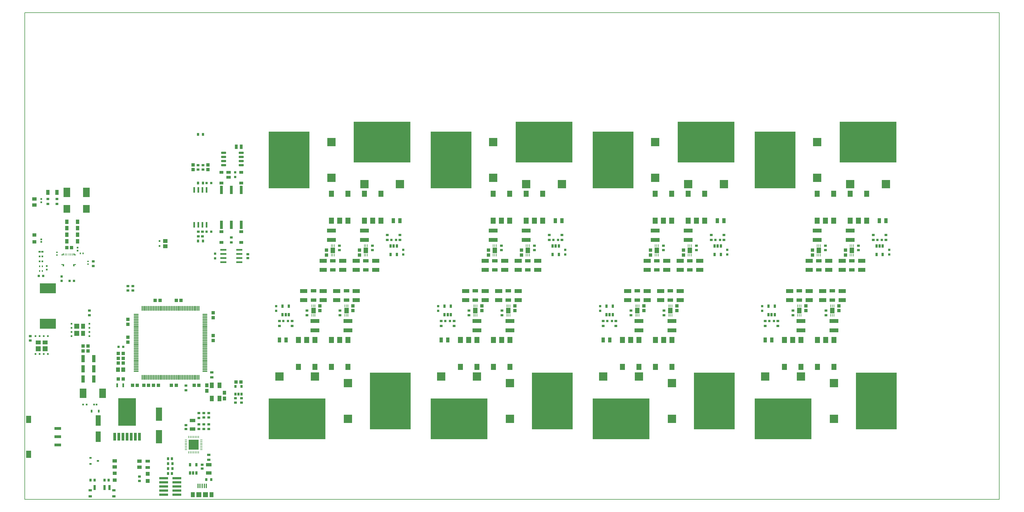
<source format=gtp>
G04*
G04 #@! TF.GenerationSoftware,Altium Limited,Altium Designer,24.3.1 (35)*
G04*
G04 Layer_Color=8421504*
%FSLAX44Y44*%
%MOMM*%
G71*
G04*
G04 #@! TF.SameCoordinates,92BC9782-8992-42D9-9517-A00A7AE7D45C*
G04*
G04*
G04 #@! TF.FilePolarity,Positive*
G04*
G01*
G75*
%ADD11C,0.2000*%
%ADD22R,0.5000X0.5000*%
%ADD23R,1.5850X1.5700*%
%ADD24R,1.2350X1.5700*%
%ADD25R,1.5700X1.5850*%
%ADD26R,1.5700X1.2350*%
%ADD27R,1.4500X0.9500*%
%ADD28R,1.3000X1.1500*%
%ADD29R,0.6480X0.5080*%
%ADD30R,1.6000X3.2000*%
G04:AMPARAMS|DCode=31|XSize=1.1mm|YSize=0.6mm|CornerRadius=0.051mm|HoleSize=0mm|Usage=FLASHONLY|Rotation=270.000|XOffset=0mm|YOffset=0mm|HoleType=Round|Shape=RoundedRectangle|*
%AMROUNDEDRECTD31*
21,1,1.1000,0.4980,0,0,270.0*
21,1,0.9980,0.6000,0,0,270.0*
1,1,0.1020,-0.2490,-0.4990*
1,1,0.1020,-0.2490,0.4990*
1,1,0.1020,0.2490,0.4990*
1,1,0.1020,0.2490,-0.4990*
%
%ADD31ROUNDEDRECTD31*%
%ADD32R,1.9000X4.1500*%
%ADD33R,0.9500X1.3500*%
%ADD34R,1.3500X0.9500*%
%ADD35R,0.6000X0.5000*%
%ADD36R,1.4500X1.0500*%
%ADD37R,1.3000X1.4500*%
%ADD38R,0.6811X0.5725*%
%ADD39R,0.2548X0.8080*%
%ADD40R,1.4478X1.7526*%
%ADD41R,0.6900X0.9900*%
%ADD42R,0.6500X0.9000*%
%ADD43R,0.9000X0.7500*%
%ADD44O,0.2000X0.7500*%
%ADD45O,0.7500X0.2000*%
%ADD46R,3.1300X3.1300*%
%ADD47R,0.5000X0.4750*%
%ADD48R,0.4725X0.5596*%
%ADD49R,0.5596X0.4725*%
%ADD50R,1.0000X1.0500*%
%ADD51R,1.5000X1.5500*%
%ADD52R,0.4000X1.3500*%
%ADD53R,1.0500X1.0000*%
%ADD54R,0.9000X0.7000*%
%ADD55R,1.7000X1.1000*%
%ADD56R,1.0000X0.7500*%
%ADD57R,0.7000X0.9000*%
%ADD58R,2.7900X0.7400*%
%ADD59R,0.8000X0.9500*%
%ADD60R,0.7110X0.8130*%
%ADD61R,0.7000X0.7000*%
%ADD62O,1.6500X0.3000*%
%ADD63O,0.3000X1.6500*%
%ADD64R,0.6500X0.7000*%
%ADD65R,0.6300X0.8300*%
G04:AMPARAMS|DCode=66|XSize=0.6mm|YSize=1.45mm|CornerRadius=0.051mm|HoleSize=0mm|Usage=FLASHONLY|Rotation=90.000|XOffset=0mm|YOffset=0mm|HoleType=Round|Shape=RoundedRectangle|*
%AMROUNDEDRECTD66*
21,1,0.6000,1.3480,0,0,90.0*
21,1,0.4980,1.4500,0,0,90.0*
1,1,0.1020,0.6740,0.2490*
1,1,0.1020,0.6740,-0.2490*
1,1,0.1020,-0.6740,-0.2490*
1,1,0.1020,-0.6740,0.2490*
%
%ADD66ROUNDEDRECTD66*%
%ADD67R,1.4500X1.3000*%
%ADD68R,0.7000X0.7000*%
%ADD69R,0.2540X0.6350*%
%ADD70R,0.4064X0.2286*%
%ADD71R,0.3556X0.2286*%
%ADD72R,0.4750X0.5000*%
%ADD73R,1.2192X0.9144*%
%ADD74R,1.9800X0.5300*%
%ADD75R,0.5588X1.7018*%
%ADD76R,0.8636X2.6162*%
%ADD77R,0.6000X0.5500*%
%ADD78R,0.5500X0.5500*%
%ADD79R,1.7121X1.0581*%
%ADD80R,1.1000X1.2500*%
%ADD81R,0.6000X0.6000*%
%ADD82R,2.0000X3.0000*%
%ADD83R,1.9900X2.3300*%
%ADD84R,1.2000X1.8000*%
%ADD85R,0.6000X1.2500*%
%ADD86R,1.5000X1.9000*%
%ADD87R,1.1000X2.2000*%
%ADD88R,2.5000X2.5000*%
%ADD89R,17.5000X12.5000*%
%ADD90R,12.5000X17.5000*%
%ADD91R,2.5000X2.5000*%
%ADD92R,2.2860X1.2700*%
%ADD93R,2.7000X1.2500*%
%ADD94R,0.8130X0.7110*%
%ADD95R,1.0160X1.5240*%
%ADD96R,1.1000X1.6500*%
%ADD97R,0.4000X0.5000*%
%ADD98R,0.5500X0.5500*%
%ADD99R,5.0038X3.0988*%
G04:AMPARAMS|DCode=100|XSize=5.35mm|YSize=8.54mm|CornerRadius=0.0535mm|HoleSize=0mm|Usage=FLASHONLY|Rotation=180.000|XOffset=0mm|YOffset=0mm|HoleType=Round|Shape=RoundedRectangle|*
%AMROUNDEDRECTD100*
21,1,5.3500,8.4330,0,0,180.0*
21,1,5.2430,8.5400,0,0,180.0*
1,1,0.1070,-2.6215,4.2165*
1,1,0.1070,2.6215,4.2165*
1,1,0.1070,2.6215,-4.2165*
1,1,0.1070,-2.6215,-4.2165*
%
%ADD100ROUNDEDRECTD100*%
G04:AMPARAMS|DCode=101|XSize=0.89mm|YSize=2.41mm|CornerRadius=0.049mm|HoleSize=0mm|Usage=FLASHONLY|Rotation=180.000|XOffset=0mm|YOffset=0mm|HoleType=Round|Shape=RoundedRectangle|*
%AMROUNDEDRECTD101*
21,1,0.8900,2.3121,0,0,180.0*
21,1,0.7921,2.4100,0,0,180.0*
1,1,0.0979,-0.3961,1.1561*
1,1,0.0979,0.3961,1.1561*
1,1,0.0979,0.3961,-1.1561*
1,1,0.0979,-0.3961,-1.1561*
%
%ADD101ROUNDEDRECTD101*%
%ADD102R,2.0800X0.8900*%
%ADD103R,1.5200X2.3250*%
%ADD104R,0.7000X1.5000*%
%ADD105R,1.0000X0.8000*%
%ADD106R,0.9500X0.8000*%
%ADD107R,1.2000X1.1000*%
%ADD108R,0.5000X0.4000*%
%ADD109R,1.1000X1.3500*%
%ADD110R,0.7000X0.6500*%
%ADD111R,1.2000X1.5500*%
%ADD112R,1.2000X1.5500*%
G36*
X120951Y718621D02*
Y724818D01*
X112359D01*
Y722532D01*
X116887D01*
Y718621D01*
X120951D01*
D02*
G37*
G36*
X112359Y752282D02*
X120197D01*
Y758225D01*
X116641D01*
Y754568D01*
X112359D01*
Y752282D01*
D02*
G37*
G36*
X149387Y718621D02*
Y724818D01*
X157979D01*
Y722532D01*
X153451D01*
Y718621D01*
X149387D01*
D02*
G37*
G36*
X157979Y752282D02*
X150141D01*
Y758225D01*
X153697D01*
Y754568D01*
X157979D01*
Y752282D01*
D02*
G37*
D11*
X0Y0D02*
Y1500000D01*
X3000000D01*
Y0D02*
Y1500000D01*
X0Y0D02*
X3000000D01*
D22*
X199250Y541501D02*
D03*
Y528801D02*
D03*
Y516101D02*
D03*
Y503401D02*
D03*
X143850Y541501D02*
D03*
Y528801D02*
D03*
Y516101D02*
D03*
Y503401D02*
D03*
X33149Y503577D02*
D03*
X45849D02*
D03*
X58549D02*
D03*
X71249D02*
D03*
X33149Y448177D02*
D03*
X45849D02*
D03*
X58549D02*
D03*
X71249D02*
D03*
D23*
X160424Y533400D02*
D03*
Y511500D02*
D03*
D24*
X179525Y533400D02*
D03*
Y511500D02*
D03*
D25*
X41250Y464755D02*
D03*
X63150D02*
D03*
D26*
X41249Y483856D02*
D03*
X63149D02*
D03*
D27*
X378550Y98870D02*
D03*
Y118370D02*
D03*
D28*
Y56790D02*
D03*
Y79290D02*
D03*
D29*
X202500Y109250D02*
D03*
Y128250D02*
D03*
X224980Y118750D02*
D03*
D30*
X226380Y193150D02*
D03*
Y243150D02*
D03*
D31*
X1145360Y780790D02*
D03*
X1135860D02*
D03*
X1126360D02*
D03*
Y754790D02*
D03*
X1145360D02*
D03*
X1644000Y780790D02*
D03*
X1634500D02*
D03*
X1625000D02*
D03*
Y754790D02*
D03*
X1644000D02*
D03*
X2142640Y780790D02*
D03*
X2133140D02*
D03*
X2123640D02*
D03*
Y754790D02*
D03*
X2142640D02*
D03*
X2641280Y780790D02*
D03*
X2631780D02*
D03*
X2622280D02*
D03*
Y754790D02*
D03*
X2641280D02*
D03*
X2289680Y569210D02*
D03*
X2299180D02*
D03*
X2308680D02*
D03*
Y595210D02*
D03*
X2289680D02*
D03*
X1791040Y569210D02*
D03*
X1800540D02*
D03*
X1810040D02*
D03*
Y595210D02*
D03*
X1791040D02*
D03*
X1292400Y569210D02*
D03*
X1301900D02*
D03*
X1311400D02*
D03*
Y595210D02*
D03*
X1292400D02*
D03*
X793760Y569210D02*
D03*
X803260D02*
D03*
X812760D02*
D03*
Y595210D02*
D03*
X793760D02*
D03*
D32*
X412940Y193150D02*
D03*
Y262650D02*
D03*
D33*
X651650Y1086880D02*
D03*
X666650D02*
D03*
D34*
X627470Y992780D02*
D03*
Y1007780D02*
D03*
D35*
X415430Y796050D02*
D03*
Y781050D02*
D03*
D36*
X353550Y118370D02*
D03*
Y99870D02*
D03*
X277350Y118750D02*
D03*
Y100250D02*
D03*
X30000Y907200D02*
D03*
Y925700D02*
D03*
D37*
X302830Y400020D02*
D03*
X286830D02*
D03*
D38*
X54065Y763550D02*
D03*
X45755D02*
D03*
D39*
X1045361Y753336D02*
D03*
X1050361D02*
D03*
X1055361D02*
D03*
Y782244D02*
D03*
X1050361D02*
D03*
X1045361D02*
D03*
X1544001Y753336D02*
D03*
X1549001D02*
D03*
X1554001D02*
D03*
Y782244D02*
D03*
X1549001D02*
D03*
X1544001D02*
D03*
X2042641Y753336D02*
D03*
X2047641D02*
D03*
X2052641D02*
D03*
Y782244D02*
D03*
X2047641D02*
D03*
X2042641D02*
D03*
X2541281Y753336D02*
D03*
X2546281D02*
D03*
X2551281D02*
D03*
Y782244D02*
D03*
X2546281D02*
D03*
X2541281D02*
D03*
X2389679Y596664D02*
D03*
X2384680D02*
D03*
X2379680D02*
D03*
Y567756D02*
D03*
X2384680D02*
D03*
X2389679D02*
D03*
X1891040Y596664D02*
D03*
X1886040D02*
D03*
X1881040D02*
D03*
Y567756D02*
D03*
X1886040D02*
D03*
X1891040D02*
D03*
X1392399Y596664D02*
D03*
X1387399D02*
D03*
X1382399D02*
D03*
Y567756D02*
D03*
X1387399D02*
D03*
X1392399D02*
D03*
X893760Y596664D02*
D03*
X888760D02*
D03*
X883760D02*
D03*
Y567756D02*
D03*
X888760D02*
D03*
X893760D02*
D03*
X943761Y753336D02*
D03*
X948761D02*
D03*
X953761D02*
D03*
Y782244D02*
D03*
X948761D02*
D03*
X943761D02*
D03*
X1442401Y753336D02*
D03*
X1447401D02*
D03*
X1452401D02*
D03*
Y782244D02*
D03*
X1447401D02*
D03*
X1442401D02*
D03*
X1941041Y753336D02*
D03*
X1946041D02*
D03*
X1951041D02*
D03*
Y782244D02*
D03*
X1946041D02*
D03*
X1941041D02*
D03*
X2439680Y753336D02*
D03*
X2444680D02*
D03*
X2449680D02*
D03*
Y782244D02*
D03*
X2444680D02*
D03*
X2439680D02*
D03*
X2491279Y596664D02*
D03*
X2486279D02*
D03*
X2481279D02*
D03*
Y567756D02*
D03*
X2486279D02*
D03*
X2491279D02*
D03*
X1992640Y596664D02*
D03*
X1987640D02*
D03*
X1982640D02*
D03*
Y567756D02*
D03*
X1987640D02*
D03*
X1992640D02*
D03*
X1493999Y596664D02*
D03*
X1488999D02*
D03*
X1483999D02*
D03*
Y567756D02*
D03*
X1488999D02*
D03*
X1493999D02*
D03*
X995360Y596664D02*
D03*
X990360D02*
D03*
X985360D02*
D03*
Y567756D02*
D03*
X990360D02*
D03*
X995360D02*
D03*
D40*
X1050361Y767790D02*
D03*
X1549001Y767790D02*
D03*
X2047641Y767790D02*
D03*
X2546281D02*
D03*
X2384680Y582210D02*
D03*
X1886040D02*
D03*
X1387399D02*
D03*
X888760D02*
D03*
X948761Y767790D02*
D03*
X1447401Y767790D02*
D03*
X1946041Y767790D02*
D03*
X2444680D02*
D03*
X2486279Y582210D02*
D03*
X1987640D02*
D03*
X1488999D02*
D03*
X990360D02*
D03*
D41*
X509200Y107400D02*
D03*
X528200D02*
D03*
Y81500D02*
D03*
X518700D02*
D03*
X509200D02*
D03*
D42*
X648700Y348565D02*
D03*
X667700D02*
D03*
Y324565D02*
D03*
X658200D02*
D03*
X648700D02*
D03*
D43*
X496330Y229280D02*
D03*
Y217280D02*
D03*
X546200Y95400D02*
D03*
Y107400D02*
D03*
X686650Y744000D02*
D03*
Y756000D02*
D03*
D44*
X535080Y192280D02*
D03*
X530080D02*
D03*
X525080D02*
D03*
X520080D02*
D03*
X515080D02*
D03*
X510080D02*
D03*
X505080D02*
D03*
Y144780D02*
D03*
X510080D02*
D03*
X515080D02*
D03*
X520080D02*
D03*
X525080D02*
D03*
X530080D02*
D03*
X535080D02*
D03*
D45*
X496330Y183530D02*
D03*
Y178530D02*
D03*
Y173530D02*
D03*
Y168530D02*
D03*
Y163530D02*
D03*
Y158530D02*
D03*
Y153530D02*
D03*
X543830D02*
D03*
Y158530D02*
D03*
Y163530D02*
D03*
Y168530D02*
D03*
Y173530D02*
D03*
Y178530D02*
D03*
Y183530D02*
D03*
D46*
X520080Y168530D02*
D03*
D47*
X50930Y925705D02*
D03*
Y915455D02*
D03*
D48*
Y793548D02*
D03*
Y801072D02*
D03*
D49*
X220933Y292270D02*
D03*
X213407D02*
D03*
D50*
X564010Y1016150D02*
D03*
Y1031150D02*
D03*
X908760Y596660D02*
D03*
Y581660D02*
D03*
X1906040Y596660D02*
D03*
Y581660D02*
D03*
X2007639Y596660D02*
D03*
Y581660D02*
D03*
X1427401Y753339D02*
D03*
Y768339D02*
D03*
X1529001Y753339D02*
D03*
Y768339D02*
D03*
X1010360Y581660D02*
D03*
Y596660D02*
D03*
X928761Y753339D02*
D03*
Y768340D02*
D03*
X1030361Y753339D02*
D03*
Y768340D02*
D03*
X518290Y1016150D02*
D03*
Y1031150D02*
D03*
X2404680Y596660D02*
D03*
Y581660D02*
D03*
X2506279D02*
D03*
Y596660D02*
D03*
X1407400D02*
D03*
Y581660D02*
D03*
X1508999Y596660D02*
D03*
Y581660D02*
D03*
X2526280Y768340D02*
D03*
Y753339D02*
D03*
X2424681Y768340D02*
D03*
Y753339D02*
D03*
X1926041Y768340D02*
D03*
Y753339D02*
D03*
X579830Y560020D02*
D03*
Y575020D02*
D03*
X2027641Y768340D02*
D03*
Y753339D02*
D03*
X579830Y505020D02*
D03*
Y490020D02*
D03*
X317830Y500020D02*
D03*
Y485020D02*
D03*
X317830Y555020D02*
D03*
Y540020D02*
D03*
D51*
X556200Y14500D02*
D03*
X536200D02*
D03*
D52*
X559200Y41500D02*
D03*
X552700D02*
D03*
X546200D02*
D03*
X539700D02*
D03*
X533200D02*
D03*
D53*
X650700Y361565D02*
D03*
X665700D02*
D03*
X302830Y420020D02*
D03*
X287830D02*
D03*
X287830Y435020D02*
D03*
X302830D02*
D03*
X287830Y450020D02*
D03*
X302830D02*
D03*
X287830Y371360D02*
D03*
X302830D02*
D03*
X331830Y351520D02*
D03*
X346830D02*
D03*
X195000Y473110D02*
D03*
X180000D02*
D03*
X396330Y351520D02*
D03*
X411330D02*
D03*
X536330Y351520D02*
D03*
X521330D02*
D03*
X401330Y613520D02*
D03*
X416330D02*
D03*
X144500Y775700D02*
D03*
X129500D02*
D03*
X180000Y457360D02*
D03*
X195000D02*
D03*
X466330Y613520D02*
D03*
X481330D02*
D03*
X451330Y351520D02*
D03*
X466330D02*
D03*
X381330Y351520D02*
D03*
X366330D02*
D03*
D54*
X667700Y298065D02*
D03*
Y312065D02*
D03*
X648700Y298065D02*
D03*
Y312065D02*
D03*
X566330Y231280D02*
D03*
Y217280D02*
D03*
X551330Y231280D02*
D03*
Y217280D02*
D03*
X547500Y825070D02*
D03*
Y811070D02*
D03*
X317830Y657520D02*
D03*
Y643520D02*
D03*
X332830D02*
D03*
Y657520D02*
D03*
X534800Y811070D02*
D03*
Y825070D02*
D03*
X548770Y1016150D02*
D03*
Y1030150D02*
D03*
X533530Y1016150D02*
D03*
Y1030150D02*
D03*
X199000Y567950D02*
D03*
Y581950D02*
D03*
X551330Y252520D02*
D03*
Y266520D02*
D03*
X566330Y252520D02*
D03*
Y266520D02*
D03*
X16750Y489400D02*
D03*
Y503400D02*
D03*
X1070360Y768240D02*
D03*
Y782240D02*
D03*
X1569000Y768240D02*
D03*
Y782240D02*
D03*
X2067640Y768240D02*
D03*
Y782240D02*
D03*
X2566280Y768240D02*
D03*
Y782240D02*
D03*
X2364680Y581760D02*
D03*
Y567760D02*
D03*
X1866040Y581760D02*
D03*
Y567760D02*
D03*
X1367400Y581760D02*
D03*
Y567760D02*
D03*
X868760Y581760D02*
D03*
Y567760D02*
D03*
X968760Y782240D02*
D03*
Y768240D02*
D03*
X1467400Y782240D02*
D03*
Y768240D02*
D03*
X1966040Y782240D02*
D03*
Y768240D02*
D03*
X2464680Y782240D02*
D03*
Y768240D02*
D03*
X2466280Y567760D02*
D03*
Y581760D02*
D03*
X1967640Y567760D02*
D03*
Y581760D02*
D03*
X1469000Y567760D02*
D03*
Y581760D02*
D03*
X970360Y567760D02*
D03*
Y581760D02*
D03*
X496330Y336520D02*
D03*
Y350520D02*
D03*
X210640Y733550D02*
D03*
Y719550D02*
D03*
X536330Y231280D02*
D03*
Y217280D02*
D03*
D55*
X516330Y217280D02*
D03*
Y243280D02*
D03*
X566820Y107400D02*
D03*
Y81400D02*
D03*
D56*
X566820Y122400D02*
D03*
Y137400D02*
D03*
X575780Y391520D02*
D03*
Y376520D02*
D03*
D57*
X455010Y110300D02*
D03*
X441010D02*
D03*
Y95300D02*
D03*
X455010D02*
D03*
D58*
X468260Y65300D02*
D03*
Y52600D02*
D03*
Y39900D02*
D03*
Y27200D02*
D03*
Y14500D02*
D03*
X427560D02*
D03*
Y27200D02*
D03*
Y39900D02*
D03*
Y52600D02*
D03*
Y65300D02*
D03*
D59*
X441010Y80300D02*
D03*
X453510D02*
D03*
Y125300D02*
D03*
X441010D02*
D03*
X245500Y60000D02*
D03*
X258500D02*
D03*
X202500Y60000D02*
D03*
X215500D02*
D03*
D60*
X574440Y61500D02*
D03*
X559200D02*
D03*
X533530Y796070D02*
D03*
X548770D02*
D03*
X548770Y975020D02*
D03*
X533530D02*
D03*
X533530Y1124700D02*
D03*
X548770D02*
D03*
D61*
X1165361Y754790D02*
D03*
Y768790D02*
D03*
X2661281D02*
D03*
Y754790D02*
D03*
X2162641Y768790D02*
D03*
Y754790D02*
D03*
X1771039Y595210D02*
D03*
Y581210D02*
D03*
X1272399Y595210D02*
D03*
Y581210D02*
D03*
X1664001Y754790D02*
D03*
Y768790D02*
D03*
X773760Y581210D02*
D03*
Y595210D02*
D03*
X585650Y743000D02*
D03*
Y757000D02*
D03*
X2269679Y581210D02*
D03*
Y595210D02*
D03*
X647630Y1007780D02*
D03*
Y993780D02*
D03*
D62*
X342834Y425020D02*
D03*
Y420020D02*
D03*
Y440020D02*
D03*
Y430020D02*
D03*
Y435020D02*
D03*
Y400020D02*
D03*
Y395020D02*
D03*
Y415020D02*
D03*
Y405020D02*
D03*
Y410020D02*
D03*
Y460020D02*
D03*
Y475020D02*
D03*
Y465020D02*
D03*
Y470020D02*
D03*
Y455020D02*
D03*
Y445020D02*
D03*
Y450020D02*
D03*
Y510020D02*
D03*
Y505020D02*
D03*
Y525020D02*
D03*
Y515020D02*
D03*
Y520020D02*
D03*
Y485020D02*
D03*
Y480020D02*
D03*
Y500020D02*
D03*
Y490020D02*
D03*
Y495020D02*
D03*
Y555020D02*
D03*
Y550020D02*
D03*
Y570020D02*
D03*
Y560020D02*
D03*
Y565020D02*
D03*
Y535020D02*
D03*
Y530020D02*
D03*
Y540020D02*
D03*
Y545020D02*
D03*
X554834Y425020D02*
D03*
Y420020D02*
D03*
Y440020D02*
D03*
Y430020D02*
D03*
Y435020D02*
D03*
Y400020D02*
D03*
Y395020D02*
D03*
Y415020D02*
D03*
Y405020D02*
D03*
Y410020D02*
D03*
Y460020D02*
D03*
Y475020D02*
D03*
Y465020D02*
D03*
Y470020D02*
D03*
Y455020D02*
D03*
Y445020D02*
D03*
Y450020D02*
D03*
Y510020D02*
D03*
Y505020D02*
D03*
Y525020D02*
D03*
Y515020D02*
D03*
Y520020D02*
D03*
Y485020D02*
D03*
Y480020D02*
D03*
Y500020D02*
D03*
Y490020D02*
D03*
Y495020D02*
D03*
Y565020D02*
D03*
Y560020D02*
D03*
Y570020D02*
D03*
Y540020D02*
D03*
Y530020D02*
D03*
Y535020D02*
D03*
Y555020D02*
D03*
Y545020D02*
D03*
Y550020D02*
D03*
D63*
X411334Y376520D02*
D03*
X401334D02*
D03*
X406334D02*
D03*
X431334D02*
D03*
X436334D02*
D03*
X416334D02*
D03*
X426334D02*
D03*
X421334D02*
D03*
X366334D02*
D03*
X371334D02*
D03*
X361334D02*
D03*
X391334D02*
D03*
X396334D02*
D03*
X376334D02*
D03*
X386334D02*
D03*
X381334D02*
D03*
X411334Y588520D02*
D03*
X431334D02*
D03*
X436334D02*
D03*
X416334D02*
D03*
X426334D02*
D03*
X421334D02*
D03*
X371334D02*
D03*
X376334D02*
D03*
X361334D02*
D03*
X366334D02*
D03*
X396334D02*
D03*
X406334D02*
D03*
X401334D02*
D03*
X381334D02*
D03*
X391334D02*
D03*
X386334D02*
D03*
X506334Y376520D02*
D03*
X511334D02*
D03*
X491334D02*
D03*
X501334D02*
D03*
X496334D02*
D03*
X531334D02*
D03*
X536334D02*
D03*
X516334D02*
D03*
X526334D02*
D03*
X521334D02*
D03*
X456334D02*
D03*
X461334D02*
D03*
X441334D02*
D03*
X451334D02*
D03*
X446334D02*
D03*
X481334D02*
D03*
X486334D02*
D03*
X466334D02*
D03*
X476334D02*
D03*
X471334D02*
D03*
X491334Y588520D02*
D03*
X501334D02*
D03*
X496334D02*
D03*
X521334D02*
D03*
X526334D02*
D03*
X506334D02*
D03*
X516334D02*
D03*
X511334D02*
D03*
X456334D02*
D03*
X461334D02*
D03*
X441334D02*
D03*
X451334D02*
D03*
X446334D02*
D03*
X481334D02*
D03*
X486334D02*
D03*
X466334D02*
D03*
X476334D02*
D03*
X471334D02*
D03*
X531334D02*
D03*
X536334D02*
D03*
D64*
X138050Y673250D02*
D03*
X151550D02*
D03*
D65*
X206020Y272270D02*
D03*
X228320D02*
D03*
D66*
X666650Y1030150D02*
D03*
Y1042850D02*
D03*
Y1055550D02*
D03*
Y1068250D02*
D03*
X612150Y1030150D02*
D03*
Y1042850D02*
D03*
Y1055550D02*
D03*
Y1068250D02*
D03*
D67*
X432940Y780050D02*
D03*
Y796050D02*
D03*
D68*
X574200Y825070D02*
D03*
X560200D02*
D03*
X302830Y470020D02*
D03*
X288830D02*
D03*
X560200Y975020D02*
D03*
X574200D02*
D03*
X57250Y688550D02*
D03*
X43250D02*
D03*
X1641501Y800040D02*
D03*
X1627500D02*
D03*
X796261Y549960D02*
D03*
X810261D02*
D03*
X1142860Y800040D02*
D03*
X1128860D02*
D03*
X2292180Y549960D02*
D03*
X2306180D02*
D03*
X1294899D02*
D03*
X1308900D02*
D03*
X2624780Y800040D02*
D03*
X2638780D02*
D03*
X2126140D02*
D03*
X2140141D02*
D03*
X1807540Y549960D02*
D03*
X1793540D02*
D03*
D69*
X141800Y755050D02*
D03*
X124300Y754925D02*
D03*
X146800Y755050D02*
D03*
X129300Y754925D02*
D03*
X136800Y755050D02*
D03*
D70*
X118919Y723675D02*
D03*
X151419D02*
D03*
D71*
X118419Y753425D02*
D03*
X151919D02*
D03*
D72*
X190245Y292270D02*
D03*
X179995D02*
D03*
D73*
X666650Y1007783D02*
D03*
Y975017D02*
D03*
X605650Y1007783D02*
D03*
Y975017D02*
D03*
X666650Y792307D02*
D03*
Y825073D02*
D03*
X605650Y792307D02*
D03*
Y825073D02*
D03*
D74*
X660800Y769050D02*
D03*
Y756350D02*
D03*
Y743650D02*
D03*
Y730950D02*
D03*
X611500D02*
D03*
Y743650D02*
D03*
Y756350D02*
D03*
Y769050D02*
D03*
D75*
X522100Y846192D02*
D03*
X560200Y953888D02*
D03*
X547500D02*
D03*
X534800D02*
D03*
X522100D02*
D03*
X534800Y846192D02*
D03*
X547500D02*
D03*
X560200D02*
D03*
D76*
X605650Y846065D02*
D03*
X636150D02*
D03*
X666650D02*
D03*
Y954015D02*
D03*
X636150D02*
D03*
X605650D02*
D03*
D77*
X46000Y733550D02*
D03*
X54500D02*
D03*
D78*
X162500Y766700D02*
D03*
Y775700D02*
D03*
D79*
X1050360Y735540D02*
D03*
Y707000D02*
D03*
X1549000Y735540D02*
D03*
Y707000D02*
D03*
X2047640Y735540D02*
D03*
Y707000D02*
D03*
X2546280Y735540D02*
D03*
Y707000D02*
D03*
X2384680Y614460D02*
D03*
Y643000D02*
D03*
X1886040Y614460D02*
D03*
Y643000D02*
D03*
X1387400Y614460D02*
D03*
Y643000D02*
D03*
X888760Y614460D02*
D03*
Y643000D02*
D03*
X948760Y735540D02*
D03*
Y707000D02*
D03*
X1447400Y735540D02*
D03*
Y707000D02*
D03*
X1946040Y735540D02*
D03*
Y707000D02*
D03*
X2444680Y735540D02*
D03*
Y707000D02*
D03*
X2486280Y614460D02*
D03*
Y643000D02*
D03*
X1987640Y614460D02*
D03*
Y643000D02*
D03*
X1489000Y614460D02*
D03*
Y643000D02*
D03*
X990360Y614460D02*
D03*
Y643000D02*
D03*
D80*
X614780Y328520D02*
D03*
Y311520D02*
D03*
X560780Y334520D02*
D03*
Y351520D02*
D03*
D81*
X67500Y718850D02*
D03*
Y708350D02*
D03*
D82*
X240000Y326870D02*
D03*
X180000D02*
D03*
X189500Y945700D02*
D03*
X129500D02*
D03*
D83*
X189700Y895700D02*
D03*
X129500D02*
D03*
D84*
X599780Y311520D02*
D03*
X575780Y351520D02*
D03*
X599780D02*
D03*
X575780Y311520D02*
D03*
D85*
X302830Y351520D02*
D03*
X284830D02*
D03*
D86*
X868361Y491460D02*
D03*
X893761D02*
D03*
Y408460D02*
D03*
X842961D02*
D03*
Y491460D02*
D03*
X1569400Y858540D02*
D03*
X1544000D02*
D03*
Y941540D02*
D03*
X1594800D02*
D03*
Y858540D02*
D03*
X1467801Y858540D02*
D03*
X1442401D02*
D03*
Y941540D02*
D03*
X1493201D02*
D03*
Y858540D02*
D03*
X969960Y491460D02*
D03*
X995360D02*
D03*
Y408460D02*
D03*
X944560D02*
D03*
Y491460D02*
D03*
X969161Y858540D02*
D03*
X943761D02*
D03*
Y941540D02*
D03*
X994561D02*
D03*
Y858540D02*
D03*
X1070760Y858540D02*
D03*
X1045360D02*
D03*
Y941540D02*
D03*
X1096160D02*
D03*
Y858540D02*
D03*
X2338880Y491460D02*
D03*
Y408460D02*
D03*
X2389680D02*
D03*
Y491460D02*
D03*
X2364280D02*
D03*
X2440480Y491460D02*
D03*
Y408460D02*
D03*
X2491280D02*
D03*
Y491460D02*
D03*
X2465880D02*
D03*
X1367000Y491460D02*
D03*
X1392400D02*
D03*
Y408460D02*
D03*
X1341600D02*
D03*
Y491460D02*
D03*
X1468600Y491460D02*
D03*
X1494000D02*
D03*
Y408460D02*
D03*
X1443200D02*
D03*
Y491460D02*
D03*
X1840240Y491460D02*
D03*
Y408460D02*
D03*
X1891040D02*
D03*
Y491460D02*
D03*
X1865640D02*
D03*
X1941840Y491460D02*
D03*
Y408460D02*
D03*
X1992640D02*
D03*
Y491460D02*
D03*
X1967240D02*
D03*
X2490480Y858540D02*
D03*
Y941540D02*
D03*
X2439680D02*
D03*
Y858540D02*
D03*
X2465080D02*
D03*
X2592080Y858540D02*
D03*
Y941540D02*
D03*
X2541280D02*
D03*
Y858540D02*
D03*
X2566680D02*
D03*
X1991841Y858540D02*
D03*
Y941540D02*
D03*
X1941041D02*
D03*
Y858540D02*
D03*
X1966441D02*
D03*
X2093441Y858540D02*
D03*
Y941540D02*
D03*
X2042641D02*
D03*
Y858540D02*
D03*
X2068041D02*
D03*
D87*
X213000Y434110D02*
D03*
X180000D02*
D03*
X180000Y371360D02*
D03*
X213000D02*
D03*
X180000Y402610D02*
D03*
X213000D02*
D03*
D88*
X1654001Y971239D02*
D03*
X1544001D02*
D03*
X783760Y378760D02*
D03*
X893761D02*
D03*
X1155360Y971240D02*
D03*
X1045360D02*
D03*
X2042640D02*
D03*
X2152641D02*
D03*
X2541280D02*
D03*
X2651280D02*
D03*
X2279680Y378760D02*
D03*
X2389680D02*
D03*
X1282400D02*
D03*
X1392400D02*
D03*
X1891040D02*
D03*
X1781040D02*
D03*
D89*
X1599000Y1101239D02*
D03*
X838761Y248760D02*
D03*
X1100360Y1101240D02*
D03*
X2097641D02*
D03*
X2596280D02*
D03*
X2334680Y248760D02*
D03*
X1337400D02*
D03*
X1836040D02*
D03*
D90*
X1312400Y1046240D02*
D03*
X1125360Y303760D02*
D03*
X813760Y1046240D02*
D03*
X2621280Y303760D02*
D03*
X1624000D02*
D03*
X1811040Y1046240D02*
D03*
X2309680D02*
D03*
X2122640Y303760D02*
D03*
D91*
X1442400Y991240D02*
D03*
Y1101240D02*
D03*
X995361Y248760D02*
D03*
Y358760D02*
D03*
X943760Y991240D02*
D03*
Y1101240D02*
D03*
X2491280Y248760D02*
D03*
Y358760D02*
D03*
X1494000D02*
D03*
Y248760D02*
D03*
X1941040Y991240D02*
D03*
Y1101240D02*
D03*
X2439680Y991240D02*
D03*
Y1101240D02*
D03*
X1992640Y358759D02*
D03*
Y248760D02*
D03*
D92*
X1856040Y642400D02*
D03*
Y614460D02*
D03*
X1916040Y642400D02*
D03*
Y614460D02*
D03*
X2017639Y642400D02*
D03*
Y614460D02*
D03*
X1957640Y642400D02*
D03*
Y614460D02*
D03*
X1477401Y707599D02*
D03*
Y735539D02*
D03*
X1417401Y707599D02*
D03*
Y735539D02*
D03*
X1519001Y707599D02*
D03*
Y735539D02*
D03*
X1579001Y707599D02*
D03*
Y735539D02*
D03*
X858760Y642400D02*
D03*
Y614460D02*
D03*
X960360Y642400D02*
D03*
Y614460D02*
D03*
X1020360D02*
D03*
Y642400D02*
D03*
X918760D02*
D03*
Y614460D02*
D03*
X918761Y707600D02*
D03*
Y735540D02*
D03*
X978761Y707600D02*
D03*
Y735540D02*
D03*
X1080361Y707600D02*
D03*
Y735540D02*
D03*
X1020361D02*
D03*
Y707600D02*
D03*
X2516279Y642400D02*
D03*
Y614460D02*
D03*
X2414679Y642400D02*
D03*
Y614460D02*
D03*
X2354680Y642400D02*
D03*
Y614460D02*
D03*
X2456280D02*
D03*
Y642400D02*
D03*
X1518999D02*
D03*
Y614460D02*
D03*
X1459000Y642400D02*
D03*
Y614460D02*
D03*
X1357399Y642400D02*
D03*
Y614460D02*
D03*
X1417399Y642400D02*
D03*
Y614460D02*
D03*
X2516281Y735540D02*
D03*
Y707600D02*
D03*
X2474680Y735540D02*
D03*
Y707600D02*
D03*
X2576281Y735540D02*
D03*
Y707600D02*
D03*
X1976041Y735540D02*
D03*
Y707600D02*
D03*
X2017641Y735540D02*
D03*
Y707600D02*
D03*
X2077641Y735540D02*
D03*
Y707600D02*
D03*
X1916041Y735540D02*
D03*
Y707600D02*
D03*
X2414681Y735540D02*
D03*
Y707600D02*
D03*
D93*
X1442400Y800040D02*
D03*
Y828540D02*
D03*
X1544001D02*
D03*
Y800040D02*
D03*
X995360Y549960D02*
D03*
Y521460D02*
D03*
X893760D02*
D03*
Y549960D02*
D03*
X943760Y800040D02*
D03*
Y828540D02*
D03*
X1045361D02*
D03*
Y800040D02*
D03*
X2389680Y521460D02*
D03*
Y549960D02*
D03*
X2491280Y549960D02*
D03*
Y521460D02*
D03*
X1494000Y549960D02*
D03*
Y521460D02*
D03*
X1392400D02*
D03*
Y549960D02*
D03*
X1891040D02*
D03*
Y521460D02*
D03*
X2541280Y800040D02*
D03*
Y828540D02*
D03*
X1941041D02*
D03*
Y800040D02*
D03*
X2042641D02*
D03*
Y828540D02*
D03*
X2439680D02*
D03*
Y800040D02*
D03*
X1992640Y521460D02*
D03*
Y549960D02*
D03*
D94*
X1654001Y800040D02*
D03*
Y815280D02*
D03*
X1615000D02*
D03*
Y800040D02*
D03*
X783760Y534720D02*
D03*
Y549960D02*
D03*
X822760D02*
D03*
Y534720D02*
D03*
X636150Y792310D02*
D03*
Y807550D02*
D03*
X1155361Y800040D02*
D03*
Y815280D02*
D03*
X1116360Y800040D02*
D03*
Y815280D02*
D03*
X2318680Y534720D02*
D03*
Y549960D02*
D03*
X2279680Y534720D02*
D03*
Y549960D02*
D03*
X1321400Y534720D02*
D03*
Y549960D02*
D03*
X1282400D02*
D03*
Y534720D02*
D03*
X1781040D02*
D03*
Y549960D02*
D03*
X2612280Y800040D02*
D03*
Y815280D02*
D03*
X2651280D02*
D03*
Y800040D02*
D03*
X2113641D02*
D03*
Y815280D02*
D03*
X2152641D02*
D03*
Y800040D02*
D03*
X71000Y925700D02*
D03*
X1820040Y549960D02*
D03*
Y534720D02*
D03*
X71000Y910460D02*
D03*
X99500Y925700D02*
D03*
Y910460D02*
D03*
X536330Y266520D02*
D03*
Y251280D02*
D03*
D95*
X1633681Y858539D02*
D03*
X1654001D02*
D03*
X783760Y491460D02*
D03*
X804080D02*
D03*
X1135041Y858540D02*
D03*
X1155360D02*
D03*
X2300000Y491460D02*
D03*
X2279680D02*
D03*
X1302720D02*
D03*
X1282400D02*
D03*
X2152641Y858540D02*
D03*
X2132321D02*
D03*
X2651280D02*
D03*
X2630960D02*
D03*
X1781040Y491460D02*
D03*
X1801360D02*
D03*
D96*
X99500Y945700D02*
D03*
X71000D02*
D03*
D97*
X179550Y758550D02*
D03*
X171550D02*
D03*
X54250Y703550D02*
D03*
X46250D02*
D03*
Y718550D02*
D03*
X54250D02*
D03*
D98*
X45750Y748550D02*
D03*
X54750D02*
D03*
D99*
X71250Y541504D02*
D03*
Y650516D02*
D03*
D100*
X315450Y269450D02*
D03*
D101*
X353550Y193150D02*
D03*
X340850D02*
D03*
X328150D02*
D03*
X315450D02*
D03*
X302750D02*
D03*
X290050D02*
D03*
X277350D02*
D03*
D102*
X101550Y167750D02*
D03*
Y193150D02*
D03*
Y218550D02*
D03*
D103*
X12350Y246925D02*
D03*
Y139375D02*
D03*
D104*
X245500Y36500D02*
D03*
X260500D02*
D03*
X215500D02*
D03*
D105*
X201500Y28650D02*
D03*
X274500D02*
D03*
X201500Y9350D02*
D03*
X274500D02*
D03*
D106*
X353550Y70290D02*
D03*
Y56790D02*
D03*
D107*
X30000Y814550D02*
D03*
Y793550D02*
D03*
X277350Y60000D02*
D03*
Y81000D02*
D03*
D108*
X99500Y761420D02*
D03*
Y753420D02*
D03*
X194550Y725550D02*
D03*
Y733550D02*
D03*
D109*
X129500Y855700D02*
D03*
X162500D02*
D03*
X129500Y835700D02*
D03*
X162500D02*
D03*
X129500Y815700D02*
D03*
X162500D02*
D03*
X129500Y795700D02*
D03*
X162500D02*
D03*
D110*
X113800Y673250D02*
D03*
Y686750D02*
D03*
D111*
X575201Y14503D02*
D03*
D112*
X517200Y14498D02*
D03*
M02*

</source>
